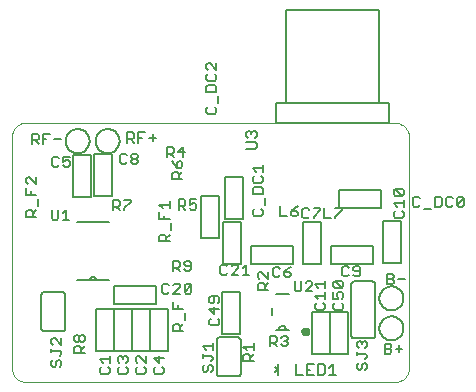
<source format=gto>
G75*
G70*
%OFA0B0*%
%FSLAX24Y24*%
%IPPOS*%
%LPD*%
%AMOC8*
5,1,8,0,0,1.08239X$1,22.5*
%
%ADD10C,0.0020*%
%ADD11C,0.0060*%
%ADD12C,0.0120*%
%ADD13C,0.0050*%
%ADD14C,0.0080*%
D10*
X006654Y000650D02*
X006654Y008311D01*
X006656Y008355D01*
X006662Y008398D01*
X006671Y008440D01*
X006684Y008482D01*
X006701Y008522D01*
X006721Y008561D01*
X006744Y008598D01*
X006771Y008632D01*
X006800Y008665D01*
X006833Y008694D01*
X006867Y008721D01*
X006904Y008744D01*
X006943Y008764D01*
X006983Y008781D01*
X007025Y008794D01*
X007067Y008803D01*
X007110Y008809D01*
X007154Y008811D01*
X019402Y008811D01*
X019446Y008809D01*
X019489Y008803D01*
X019531Y008794D01*
X019573Y008781D01*
X019613Y008764D01*
X019652Y008744D01*
X019689Y008721D01*
X019723Y008694D01*
X019756Y008665D01*
X019785Y008632D01*
X019812Y008598D01*
X019835Y008561D01*
X019855Y008522D01*
X019872Y008482D01*
X019885Y008440D01*
X019894Y008398D01*
X019900Y008355D01*
X019902Y008311D01*
X019902Y000650D01*
X019900Y000606D01*
X019894Y000563D01*
X019885Y000521D01*
X019872Y000479D01*
X019855Y000439D01*
X019835Y000400D01*
X019812Y000363D01*
X019785Y000329D01*
X019756Y000296D01*
X019723Y000267D01*
X019689Y000240D01*
X019652Y000217D01*
X019613Y000197D01*
X019573Y000180D01*
X019531Y000167D01*
X019489Y000158D01*
X019446Y000152D01*
X019402Y000150D01*
X007154Y000150D01*
X007110Y000152D01*
X007067Y000158D01*
X007025Y000167D01*
X006983Y000180D01*
X006943Y000197D01*
X006904Y000217D01*
X006867Y000240D01*
X006833Y000267D01*
X006800Y000296D01*
X006771Y000329D01*
X006744Y000363D01*
X006721Y000400D01*
X006701Y000439D01*
X006684Y000479D01*
X006671Y000521D01*
X006662Y000563D01*
X006656Y000606D01*
X006654Y000650D01*
D11*
X007970Y000726D02*
X008027Y000669D01*
X008083Y000669D01*
X008140Y000726D01*
X008140Y000839D01*
X008197Y000896D01*
X008254Y000896D01*
X008310Y000839D01*
X008310Y000726D01*
X008254Y000669D01*
X007970Y000726D02*
X007970Y000839D01*
X008027Y000896D01*
X008254Y001037D02*
X008310Y001094D01*
X008310Y001151D01*
X008254Y001207D01*
X007970Y001207D01*
X007970Y001151D02*
X007970Y001264D01*
X008027Y001406D02*
X007970Y001462D01*
X007970Y001576D01*
X008027Y001632D01*
X008083Y001632D01*
X008310Y001406D01*
X008310Y001632D01*
X008744Y001662D02*
X008801Y001719D01*
X008857Y001719D01*
X008914Y001662D01*
X008914Y001549D01*
X008857Y001492D01*
X008801Y001492D01*
X008744Y001549D01*
X008744Y001662D01*
X008914Y001662D02*
X008971Y001719D01*
X009028Y001719D01*
X009084Y001662D01*
X009084Y001549D01*
X009028Y001492D01*
X008971Y001492D01*
X008914Y001549D01*
X008914Y001351D02*
X008971Y001294D01*
X008971Y001124D01*
X008971Y001237D02*
X009084Y001351D01*
X008914Y001351D02*
X008801Y001351D01*
X008744Y001294D01*
X008744Y001124D01*
X009084Y001124D01*
X009583Y000912D02*
X009923Y000912D01*
X009923Y001025D02*
X009923Y000798D01*
X009867Y000657D02*
X009923Y000600D01*
X009923Y000487D01*
X009867Y000430D01*
X009640Y000430D01*
X009583Y000487D01*
X009583Y000600D01*
X009640Y000657D01*
X009696Y000798D02*
X009583Y000912D01*
X010183Y000855D02*
X010183Y000968D01*
X010240Y001025D01*
X010296Y001025D01*
X010353Y000968D01*
X010410Y001025D01*
X010467Y001025D01*
X010523Y000968D01*
X010523Y000855D01*
X010467Y000798D01*
X010467Y000657D02*
X010523Y000600D01*
X010523Y000487D01*
X010467Y000430D01*
X010240Y000430D01*
X010183Y000487D01*
X010183Y000600D01*
X010240Y000657D01*
X010240Y000798D02*
X010183Y000855D01*
X010353Y000912D02*
X010353Y000968D01*
X010783Y000968D02*
X010783Y000855D01*
X010840Y000798D01*
X010840Y000657D02*
X010783Y000600D01*
X010783Y000487D01*
X010840Y000430D01*
X011067Y000430D01*
X011123Y000487D01*
X011123Y000600D01*
X011067Y000657D01*
X011123Y000798D02*
X010896Y001025D01*
X010840Y001025D01*
X010783Y000968D01*
X011123Y001025D02*
X011123Y000798D01*
X011383Y000968D02*
X011553Y000798D01*
X011553Y001025D01*
X011723Y000968D02*
X011383Y000968D01*
X011440Y000657D02*
X011383Y000600D01*
X011383Y000487D01*
X011440Y000430D01*
X011667Y000430D01*
X011723Y000487D01*
X011723Y000600D01*
X011667Y000657D01*
X013020Y000666D02*
X013020Y000553D01*
X013076Y000496D01*
X013133Y000496D01*
X013190Y000553D01*
X013190Y000666D01*
X013246Y000723D01*
X013303Y000723D01*
X013360Y000666D01*
X013360Y000553D01*
X013303Y000496D01*
X013489Y000454D02*
X013489Y001554D01*
X013491Y001571D01*
X013495Y001588D01*
X013502Y001604D01*
X013512Y001618D01*
X013525Y001631D01*
X013539Y001641D01*
X013555Y001648D01*
X013572Y001652D01*
X013589Y001654D01*
X014189Y001654D01*
X014206Y001652D01*
X014223Y001648D01*
X014239Y001641D01*
X014253Y001631D01*
X014266Y001618D01*
X014276Y001604D01*
X014283Y001588D01*
X014287Y001571D01*
X014289Y001554D01*
X014289Y000454D01*
X014287Y000437D01*
X014283Y000420D01*
X014276Y000404D01*
X014266Y000390D01*
X014253Y000377D01*
X014239Y000367D01*
X014223Y000360D01*
X014206Y000356D01*
X014189Y000354D01*
X013589Y000354D01*
X013572Y000356D01*
X013555Y000360D01*
X013539Y000367D01*
X013525Y000377D01*
X013512Y000390D01*
X013502Y000404D01*
X013495Y000420D01*
X013491Y000437D01*
X013489Y000454D01*
X013076Y000723D02*
X013020Y000666D01*
X013303Y000865D02*
X013360Y000921D01*
X013360Y000978D01*
X013303Y001035D01*
X013020Y001035D01*
X013020Y001091D02*
X013020Y000978D01*
X013133Y001233D02*
X013020Y001346D01*
X013360Y001346D01*
X013360Y001233D02*
X013360Y001460D01*
X012374Y001866D02*
X012034Y001866D01*
X012034Y002036D01*
X012091Y002093D01*
X012204Y002093D01*
X012261Y002036D01*
X012261Y001866D01*
X012261Y001980D02*
X012374Y002093D01*
X012431Y002235D02*
X012431Y002461D01*
X012374Y002603D02*
X012034Y002603D01*
X012034Y002830D01*
X012204Y002716D02*
X012204Y002603D01*
X012274Y003102D02*
X012048Y003102D01*
X012274Y003329D01*
X012274Y003386D01*
X012218Y003442D01*
X012104Y003442D01*
X012048Y003386D01*
X011906Y003386D02*
X011849Y003442D01*
X011736Y003442D01*
X011679Y003386D01*
X011679Y003159D01*
X011736Y003102D01*
X011849Y003102D01*
X011906Y003159D01*
X012416Y003159D02*
X012643Y003386D01*
X012643Y003159D01*
X012586Y003102D01*
X012473Y003102D01*
X012416Y003159D01*
X012416Y003386D01*
X012473Y003442D01*
X012586Y003442D01*
X012643Y003386D01*
X012571Y003856D02*
X012457Y003856D01*
X012401Y003913D01*
X012457Y004026D02*
X012627Y004026D01*
X012627Y003913D02*
X012627Y004140D01*
X012571Y004197D01*
X012457Y004197D01*
X012401Y004140D01*
X012401Y004083D01*
X012457Y004026D01*
X012259Y004026D02*
X012202Y003970D01*
X012032Y003970D01*
X012146Y003970D02*
X012259Y003856D01*
X012259Y004026D02*
X012259Y004140D01*
X012202Y004197D01*
X012032Y004197D01*
X012032Y003856D01*
X012571Y003856D02*
X012627Y003913D01*
X013615Y004014D02*
X013615Y003787D01*
X013672Y003730D01*
X013785Y003730D01*
X013842Y003787D01*
X013984Y003730D02*
X014210Y003957D01*
X014210Y004014D01*
X014154Y004071D01*
X014040Y004071D01*
X013984Y004014D01*
X013842Y004014D02*
X013785Y004071D01*
X013672Y004071D01*
X013615Y004014D01*
X013984Y003730D02*
X014210Y003730D01*
X014352Y003730D02*
X014579Y003730D01*
X014465Y003730D02*
X014465Y004071D01*
X014352Y003957D01*
X014858Y003758D02*
X014858Y003645D01*
X014915Y003588D01*
X014915Y003447D02*
X015029Y003447D01*
X015085Y003390D01*
X015085Y003220D01*
X015085Y003333D02*
X015199Y003447D01*
X015199Y003588D02*
X014972Y003815D01*
X014915Y003815D01*
X014858Y003758D01*
X015199Y003815D02*
X015199Y003588D01*
X015362Y003713D02*
X015419Y003656D01*
X015533Y003656D01*
X015589Y003713D01*
X015731Y003713D02*
X015731Y003826D01*
X015901Y003826D01*
X015958Y003770D01*
X015958Y003713D01*
X015901Y003656D01*
X015788Y003656D01*
X015731Y003713D01*
X015731Y003826D02*
X015844Y003940D01*
X015958Y003996D01*
X015589Y003940D02*
X015533Y003996D01*
X015419Y003996D01*
X015362Y003940D01*
X015362Y003713D01*
X014915Y003447D02*
X014858Y003390D01*
X014858Y003220D01*
X015199Y003220D01*
X015468Y003110D02*
X015888Y003110D01*
X016083Y003241D02*
X016140Y003185D01*
X016253Y003185D01*
X016310Y003241D01*
X016310Y003525D01*
X016452Y003468D02*
X016508Y003525D01*
X016622Y003525D01*
X016678Y003468D01*
X016678Y003411D01*
X016452Y003185D01*
X016678Y003185D01*
X016761Y003043D02*
X017101Y003043D01*
X017101Y002930D02*
X017101Y003157D01*
X017101Y003298D02*
X017101Y003525D01*
X017101Y003412D02*
X016761Y003412D01*
X016874Y003298D01*
X016761Y003043D02*
X016874Y002930D01*
X016818Y002788D02*
X016761Y002732D01*
X016761Y002618D01*
X016818Y002561D01*
X017044Y002561D01*
X017101Y002618D01*
X017101Y002732D01*
X017044Y002788D01*
X017375Y002740D02*
X017375Y002627D01*
X017431Y002570D01*
X017658Y002570D01*
X017715Y002627D01*
X017715Y002740D01*
X017658Y002797D01*
X017658Y002938D02*
X017715Y002995D01*
X017715Y003108D01*
X017658Y003165D01*
X017545Y003165D01*
X017488Y003108D01*
X017488Y003052D01*
X017545Y002938D01*
X017375Y002938D01*
X017375Y003165D01*
X017431Y003307D02*
X017375Y003363D01*
X017375Y003477D01*
X017431Y003533D01*
X017658Y003307D01*
X017715Y003363D01*
X017715Y003477D01*
X017658Y003533D01*
X017431Y003533D01*
X017678Y003738D02*
X017734Y003681D01*
X017848Y003681D01*
X017904Y003738D01*
X018046Y003738D02*
X018103Y003681D01*
X018216Y003681D01*
X018273Y003738D01*
X018273Y003964D01*
X018216Y004021D01*
X018103Y004021D01*
X018046Y003964D01*
X018046Y003908D01*
X018103Y003851D01*
X018273Y003851D01*
X017904Y003964D02*
X017848Y004021D01*
X017734Y004021D01*
X017678Y003964D01*
X017678Y003738D01*
X018073Y003515D02*
X018673Y003515D01*
X018690Y003513D01*
X018707Y003509D01*
X018723Y003502D01*
X018737Y003492D01*
X018750Y003479D01*
X018760Y003465D01*
X018767Y003449D01*
X018771Y003432D01*
X018773Y003415D01*
X018773Y001715D01*
X018771Y001698D01*
X018767Y001681D01*
X018760Y001665D01*
X018750Y001651D01*
X018737Y001638D01*
X018723Y001628D01*
X018707Y001621D01*
X018690Y001617D01*
X018673Y001615D01*
X018073Y001615D01*
X018056Y001617D01*
X018039Y001621D01*
X018023Y001628D01*
X018009Y001638D01*
X017996Y001651D01*
X017986Y001665D01*
X017979Y001681D01*
X017975Y001698D01*
X017973Y001715D01*
X017973Y003415D01*
X017975Y003432D01*
X017979Y003449D01*
X017986Y003465D01*
X017996Y003479D01*
X018009Y003492D01*
X018023Y003502D01*
X018039Y003509D01*
X018056Y003513D01*
X018073Y003515D01*
X017658Y003307D02*
X017431Y003307D01*
X017431Y002797D02*
X017375Y002740D01*
X016083Y003241D02*
X016083Y003525D01*
X015338Y002640D02*
X015338Y002380D01*
X015468Y001910D02*
X015558Y001910D01*
X015798Y001910D01*
X015888Y001910D01*
X015798Y001910D02*
X015796Y001931D01*
X015791Y001951D01*
X015782Y001970D01*
X015770Y001987D01*
X015755Y002002D01*
X015738Y002014D01*
X015719Y002023D01*
X015699Y002028D01*
X015678Y002030D01*
X015657Y002028D01*
X015637Y002023D01*
X015618Y002014D01*
X015601Y002002D01*
X015586Y001987D01*
X015574Y001970D01*
X015565Y001951D01*
X015560Y001931D01*
X015558Y001910D01*
X015432Y001696D02*
X015262Y001696D01*
X015262Y001355D01*
X015262Y001469D02*
X015432Y001469D01*
X015489Y001526D01*
X015489Y001639D01*
X015432Y001696D01*
X015630Y001639D02*
X015687Y001696D01*
X015800Y001696D01*
X015857Y001639D01*
X015857Y001582D01*
X015800Y001526D01*
X015857Y001469D01*
X015857Y001412D01*
X015800Y001355D01*
X015687Y001355D01*
X015630Y001412D01*
X015489Y001355D02*
X015375Y001469D01*
X015744Y001526D02*
X015800Y001526D01*
X014719Y001455D02*
X014719Y001228D01*
X014719Y001342D02*
X014378Y001342D01*
X014492Y001228D01*
X014549Y001087D02*
X014605Y001030D01*
X014605Y000860D01*
X014605Y000973D02*
X014719Y001087D01*
X014549Y001087D02*
X014435Y001087D01*
X014378Y001030D01*
X014378Y000860D01*
X014719Y000860D01*
X016132Y000746D02*
X016132Y000405D01*
X016359Y000405D01*
X016500Y000405D02*
X016727Y000405D01*
X016869Y000405D02*
X017039Y000405D01*
X017095Y000462D01*
X017095Y000689D01*
X017039Y000746D01*
X016869Y000746D01*
X016869Y000405D01*
X016614Y000576D02*
X016500Y000576D01*
X016500Y000746D02*
X016500Y000405D01*
X016500Y000746D02*
X016727Y000746D01*
X017237Y000632D02*
X017350Y000746D01*
X017350Y000405D01*
X017237Y000405D02*
X017464Y000405D01*
X018163Y000622D02*
X018220Y000565D01*
X018277Y000565D01*
X018333Y000622D01*
X018333Y000735D01*
X018390Y000792D01*
X018447Y000792D01*
X018504Y000735D01*
X018504Y000622D01*
X018447Y000565D01*
X018163Y000622D02*
X018163Y000735D01*
X018220Y000792D01*
X018163Y001047D02*
X018163Y001160D01*
X018163Y001103D02*
X018447Y001103D01*
X018504Y001047D01*
X018504Y000990D01*
X018447Y000933D01*
X018447Y001302D02*
X018504Y001358D01*
X018504Y001472D01*
X018447Y001528D01*
X018390Y001528D01*
X018333Y001472D01*
X018333Y001415D01*
X018333Y001472D02*
X018277Y001528D01*
X018220Y001528D01*
X018163Y001472D01*
X018163Y001358D01*
X018220Y001302D01*
X019083Y001270D02*
X019253Y001270D01*
X019310Y001213D01*
X019310Y001157D01*
X019253Y001100D01*
X019083Y001100D01*
X019083Y001440D01*
X019253Y001440D01*
X019310Y001384D01*
X019310Y001327D01*
X019253Y001270D01*
X019452Y001270D02*
X019678Y001270D01*
X019565Y001157D02*
X019565Y001384D01*
X019343Y003420D02*
X019173Y003420D01*
X019173Y003760D01*
X019343Y003760D01*
X019400Y003704D01*
X019400Y003647D01*
X019343Y003590D01*
X019173Y003590D01*
X019343Y003590D02*
X019400Y003533D01*
X019400Y003477D01*
X019343Y003420D01*
X019542Y003590D02*
X019768Y003590D01*
X017431Y005615D02*
X017431Y005671D01*
X017658Y005898D01*
X017658Y005955D01*
X017431Y005955D01*
X017062Y005955D02*
X017062Y005615D01*
X017289Y005615D01*
X016943Y005897D02*
X016716Y005670D01*
X016716Y005613D01*
X016575Y005670D02*
X016518Y005613D01*
X016405Y005613D01*
X016348Y005670D01*
X016348Y005897D01*
X016405Y005954D01*
X016518Y005954D01*
X016575Y005897D01*
X016716Y005954D02*
X016943Y005954D01*
X016943Y005897D01*
X016197Y005794D02*
X016197Y005737D01*
X016140Y005680D01*
X016027Y005680D01*
X015970Y005737D01*
X015970Y005850D01*
X016140Y005850D01*
X016197Y005794D01*
X016084Y005964D02*
X015970Y005850D01*
X016084Y005964D02*
X016197Y006021D01*
X015829Y005680D02*
X015602Y005680D01*
X015602Y006021D01*
X015087Y006060D02*
X015087Y006287D01*
X015030Y006429D02*
X014690Y006429D01*
X014690Y006599D01*
X014747Y006655D01*
X014973Y006655D01*
X015030Y006599D01*
X015030Y006429D01*
X014973Y006797D02*
X015030Y006854D01*
X015030Y006967D01*
X014973Y007024D01*
X015030Y007165D02*
X015030Y007392D01*
X015030Y007279D02*
X014690Y007279D01*
X014803Y007165D01*
X014747Y007024D02*
X014690Y006967D01*
X014690Y006854D01*
X014747Y006797D01*
X014973Y006797D01*
X014973Y005919D02*
X015030Y005862D01*
X015030Y005749D01*
X014973Y005692D01*
X014747Y005692D01*
X014690Y005749D01*
X014690Y005862D01*
X014747Y005919D01*
X012811Y005963D02*
X012754Y005906D01*
X012641Y005906D01*
X012584Y005963D01*
X012584Y006076D02*
X012697Y006133D01*
X012754Y006133D01*
X012811Y006076D01*
X012811Y005963D01*
X012584Y006076D02*
X012584Y006247D01*
X012811Y006247D01*
X012442Y006190D02*
X012442Y006076D01*
X012386Y006020D01*
X012216Y006020D01*
X012329Y006020D02*
X012442Y005906D01*
X012216Y005906D02*
X012216Y006247D01*
X012386Y006247D01*
X012442Y006190D01*
X011919Y006181D02*
X011919Y005954D01*
X011919Y006068D02*
X011578Y006068D01*
X011692Y005954D01*
X011578Y005813D02*
X011578Y005586D01*
X011919Y005586D01*
X011975Y005445D02*
X011975Y005218D01*
X011919Y005076D02*
X011805Y004963D01*
X011805Y005020D02*
X011805Y004849D01*
X011919Y004849D02*
X011578Y004849D01*
X011578Y005020D01*
X011635Y005076D01*
X011748Y005076D01*
X011805Y005020D01*
X011748Y005586D02*
X011748Y005699D01*
X010622Y006172D02*
X010395Y005945D01*
X010395Y005888D01*
X010254Y005888D02*
X010140Y006002D01*
X010197Y006002D02*
X010027Y006002D01*
X010027Y005888D02*
X010027Y006229D01*
X010197Y006229D01*
X010254Y006172D01*
X010254Y006058D01*
X010197Y006002D01*
X010395Y006229D02*
X010622Y006229D01*
X010622Y006172D01*
X009900Y005510D02*
X008820Y005510D01*
X008900Y005510D02*
X009820Y005510D01*
X008582Y005560D02*
X008355Y005560D01*
X008469Y005560D02*
X008469Y005901D01*
X008355Y005787D01*
X008214Y005901D02*
X008214Y005617D01*
X008157Y005560D01*
X008044Y005560D01*
X007987Y005617D01*
X007987Y005901D01*
X007523Y006031D02*
X007523Y006258D01*
X007467Y006400D02*
X007126Y006400D01*
X007126Y006627D01*
X007183Y006768D02*
X007126Y006825D01*
X007126Y006938D01*
X007183Y006995D01*
X007240Y006995D01*
X007467Y006768D01*
X007467Y006995D01*
X007993Y007392D02*
X008050Y007335D01*
X008163Y007335D01*
X008220Y007392D01*
X008362Y007392D02*
X008418Y007335D01*
X008532Y007335D01*
X008588Y007392D01*
X008588Y007505D01*
X008532Y007562D01*
X008475Y007562D01*
X008362Y007505D01*
X008362Y007675D01*
X008588Y007675D01*
X008220Y007619D02*
X008163Y007675D01*
X008050Y007675D01*
X007993Y007619D01*
X007993Y007392D01*
X007692Y008100D02*
X007692Y008440D01*
X007918Y008440D01*
X007805Y008270D02*
X007692Y008270D01*
X007550Y008270D02*
X007493Y008213D01*
X007323Y008213D01*
X007323Y008100D02*
X007323Y008440D01*
X007493Y008440D01*
X007550Y008384D01*
X007550Y008270D01*
X007437Y008213D02*
X007550Y008100D01*
X008060Y008270D02*
X008287Y008270D01*
X010273Y007714D02*
X010273Y007487D01*
X010330Y007430D01*
X010443Y007430D01*
X010500Y007487D01*
X010642Y007487D02*
X010698Y007430D01*
X010812Y007430D01*
X010868Y007487D01*
X010868Y007543D01*
X010812Y007600D01*
X010698Y007600D01*
X010642Y007657D01*
X010642Y007714D01*
X010698Y007770D01*
X010812Y007770D01*
X010868Y007714D01*
X010868Y007657D01*
X010812Y007600D01*
X010698Y007600D02*
X010642Y007543D01*
X010642Y007487D01*
X010500Y007714D02*
X010443Y007770D01*
X010330Y007770D01*
X010273Y007714D01*
X010503Y008140D02*
X010503Y008480D01*
X010673Y008480D01*
X010730Y008424D01*
X010730Y008310D01*
X010673Y008253D01*
X010503Y008253D01*
X010617Y008253D02*
X010730Y008140D01*
X010872Y008140D02*
X010872Y008480D01*
X011098Y008480D01*
X010985Y008310D02*
X010872Y008310D01*
X011240Y008310D02*
X011467Y008310D01*
X011353Y008197D02*
X011353Y008424D01*
X011833Y007995D02*
X012003Y007995D01*
X012060Y007938D01*
X012060Y007825D01*
X012003Y007768D01*
X011833Y007768D01*
X011833Y007655D02*
X011833Y007995D01*
X011947Y007768D02*
X012060Y007655D01*
X012007Y007527D02*
X012063Y007414D01*
X012177Y007301D01*
X012177Y007471D01*
X012234Y007527D01*
X012290Y007527D01*
X012347Y007471D01*
X012347Y007357D01*
X012290Y007301D01*
X012177Y007301D01*
X012177Y007159D02*
X012234Y007102D01*
X012234Y006932D01*
X012347Y006932D02*
X012007Y006932D01*
X012007Y007102D01*
X012063Y007159D01*
X012177Y007159D01*
X012234Y007046D02*
X012347Y007159D01*
X012372Y007655D02*
X012372Y007995D01*
X012202Y007825D01*
X012428Y007825D01*
X014479Y007933D02*
X014763Y007933D01*
X014819Y007989D01*
X014819Y008103D01*
X014763Y008159D01*
X014479Y008159D01*
X014536Y008301D02*
X014479Y008358D01*
X014479Y008471D01*
X014536Y008528D01*
X014592Y008528D01*
X014649Y008471D01*
X014706Y008528D01*
X014763Y008528D01*
X014819Y008471D01*
X014819Y008358D01*
X014763Y008301D01*
X014649Y008414D02*
X014649Y008471D01*
X013482Y009146D02*
X013426Y009089D01*
X013199Y009089D01*
X013142Y009146D01*
X013142Y009259D01*
X013199Y009316D01*
X013426Y009316D02*
X013482Y009259D01*
X013482Y009146D01*
X013539Y009457D02*
X013539Y009684D01*
X013482Y009825D02*
X013142Y009825D01*
X013142Y009996D01*
X013199Y010052D01*
X013426Y010052D01*
X013482Y009996D01*
X013482Y009825D01*
X013426Y010194D02*
X013482Y010250D01*
X013482Y010364D01*
X013426Y010421D01*
X013482Y010562D02*
X013256Y010789D01*
X013199Y010789D01*
X013142Y010732D01*
X013142Y010619D01*
X013199Y010562D01*
X013199Y010421D02*
X013142Y010364D01*
X013142Y010250D01*
X013199Y010194D01*
X013426Y010194D01*
X013482Y010562D02*
X013482Y010789D01*
X019390Y006548D02*
X019446Y006604D01*
X019673Y006377D01*
X019730Y006434D01*
X019730Y006548D01*
X019673Y006604D01*
X019446Y006604D01*
X019390Y006548D02*
X019390Y006434D01*
X019446Y006377D01*
X019673Y006377D01*
X019730Y006236D02*
X019730Y006009D01*
X019730Y006123D02*
X019390Y006123D01*
X019503Y006009D01*
X019446Y005868D02*
X019390Y005811D01*
X019390Y005698D01*
X019446Y005641D01*
X019673Y005641D01*
X019730Y005698D01*
X019730Y005811D01*
X019673Y005868D01*
X020025Y006053D02*
X020082Y005997D01*
X020195Y005997D01*
X020252Y006053D01*
X020393Y005940D02*
X020620Y005940D01*
X020762Y005997D02*
X020932Y005997D01*
X020989Y006053D01*
X020989Y006280D01*
X020932Y006337D01*
X020762Y006337D01*
X020762Y005997D01*
X021130Y006053D02*
X021187Y005997D01*
X021300Y005997D01*
X021357Y006053D01*
X021498Y006053D02*
X021725Y006280D01*
X021725Y006053D01*
X021668Y005997D01*
X021555Y005997D01*
X021498Y006053D01*
X021498Y006280D01*
X021555Y006337D01*
X021668Y006337D01*
X021725Y006280D01*
X021357Y006280D02*
X021300Y006337D01*
X021187Y006337D01*
X021130Y006280D01*
X021130Y006053D01*
X020252Y006280D02*
X020195Y006337D01*
X020082Y006337D01*
X020025Y006280D01*
X020025Y006053D01*
X013579Y002957D02*
X013579Y002843D01*
X013522Y002787D01*
X013409Y002843D02*
X013409Y003013D01*
X013522Y003013D02*
X013295Y003013D01*
X013238Y002957D01*
X013238Y002843D01*
X013295Y002787D01*
X013352Y002787D01*
X013409Y002843D01*
X013409Y002645D02*
X013409Y002418D01*
X013238Y002588D01*
X013579Y002588D01*
X013579Y002957D02*
X013522Y003013D01*
X013522Y002277D02*
X013579Y002220D01*
X013579Y002107D01*
X013522Y002050D01*
X013295Y002050D01*
X013238Y002107D01*
X013238Y002220D01*
X013295Y002277D01*
X009900Y003550D02*
X008820Y003550D01*
X008900Y003550D02*
X009240Y003550D01*
X009480Y003550D01*
X009820Y003550D01*
X009480Y003550D02*
X009478Y003571D01*
X009473Y003591D01*
X009464Y003610D01*
X009452Y003627D01*
X009437Y003642D01*
X009420Y003654D01*
X009401Y003663D01*
X009381Y003668D01*
X009360Y003670D01*
X009339Y003668D01*
X009319Y003663D01*
X009300Y003654D01*
X009283Y003642D01*
X009268Y003627D01*
X009256Y003610D01*
X009247Y003591D01*
X009242Y003571D01*
X009240Y003550D01*
X009242Y003571D01*
X009247Y003591D01*
X009256Y003610D01*
X009268Y003627D01*
X009283Y003642D01*
X009300Y003654D01*
X009319Y003663D01*
X009339Y003668D01*
X009360Y003670D01*
X009381Y003668D01*
X009401Y003663D01*
X009420Y003654D01*
X009437Y003642D01*
X009452Y003627D01*
X009464Y003610D01*
X009473Y003591D01*
X009478Y003571D01*
X009480Y003550D01*
X008441Y003061D02*
X008441Y001961D01*
X008439Y001944D01*
X008435Y001927D01*
X008428Y001911D01*
X008418Y001897D01*
X008405Y001884D01*
X008391Y001874D01*
X008375Y001867D01*
X008358Y001863D01*
X008341Y001861D01*
X007741Y001861D01*
X007724Y001863D01*
X007707Y001867D01*
X007691Y001874D01*
X007677Y001884D01*
X007664Y001897D01*
X007654Y001911D01*
X007647Y001927D01*
X007643Y001944D01*
X007641Y001961D01*
X007641Y003061D01*
X007643Y003078D01*
X007647Y003095D01*
X007654Y003111D01*
X007664Y003125D01*
X007677Y003138D01*
X007691Y003148D01*
X007707Y003155D01*
X007724Y003159D01*
X007741Y003161D01*
X008341Y003161D01*
X008358Y003159D01*
X008375Y003155D01*
X008391Y003148D01*
X008405Y003138D01*
X008418Y003125D01*
X008428Y003111D01*
X008435Y003095D01*
X008439Y003078D01*
X008441Y003061D01*
X007467Y005663D02*
X007126Y005663D01*
X007126Y005833D01*
X007183Y005890D01*
X007296Y005890D01*
X007353Y005833D01*
X007353Y005663D01*
X007353Y005777D02*
X007467Y005890D01*
X007296Y006400D02*
X007296Y006513D01*
D12*
X016378Y001830D02*
X016380Y001847D01*
X016385Y001864D01*
X016394Y001878D01*
X016406Y001891D01*
X016421Y001901D01*
X016437Y001907D01*
X016454Y001910D01*
X016471Y001909D01*
X016488Y001904D01*
X016503Y001896D01*
X016516Y001885D01*
X016527Y001871D01*
X016534Y001856D01*
X016538Y001839D01*
X016538Y001821D01*
X016534Y001804D01*
X016527Y001789D01*
X016516Y001775D01*
X016503Y001764D01*
X016488Y001756D01*
X016471Y001751D01*
X016454Y001750D01*
X016437Y001753D01*
X016421Y001759D01*
X016406Y001769D01*
X016394Y001782D01*
X016385Y001796D01*
X016380Y001813D01*
X016378Y001830D01*
D13*
X016655Y002494D02*
X017255Y002494D01*
X017255Y001094D01*
X016655Y001094D01*
X016655Y002494D01*
X017252Y002490D02*
X017852Y002490D01*
X017852Y001090D01*
X017252Y001090D01*
X017252Y002490D01*
X018913Y002950D02*
X018915Y002990D01*
X018921Y003029D01*
X018931Y003068D01*
X018944Y003105D01*
X018962Y003141D01*
X018983Y003175D01*
X019007Y003207D01*
X019034Y003236D01*
X019064Y003263D01*
X019096Y003286D01*
X019131Y003306D01*
X019167Y003322D01*
X019205Y003335D01*
X019244Y003344D01*
X019283Y003349D01*
X019323Y003350D01*
X019363Y003347D01*
X019402Y003340D01*
X019440Y003329D01*
X019478Y003315D01*
X019513Y003296D01*
X019546Y003275D01*
X019578Y003250D01*
X019606Y003222D01*
X019632Y003192D01*
X019654Y003159D01*
X019673Y003124D01*
X019689Y003087D01*
X019701Y003049D01*
X019709Y003010D01*
X019713Y002970D01*
X019713Y002930D01*
X019709Y002890D01*
X019701Y002851D01*
X019689Y002813D01*
X019673Y002776D01*
X019654Y002741D01*
X019632Y002708D01*
X019606Y002678D01*
X019578Y002650D01*
X019546Y002625D01*
X019513Y002604D01*
X019478Y002585D01*
X019440Y002571D01*
X019402Y002560D01*
X019363Y002553D01*
X019323Y002550D01*
X019283Y002551D01*
X019244Y002556D01*
X019205Y002565D01*
X019167Y002578D01*
X019131Y002594D01*
X019096Y002614D01*
X019064Y002637D01*
X019034Y002664D01*
X019007Y002693D01*
X018983Y002725D01*
X018962Y002759D01*
X018944Y002795D01*
X018931Y002832D01*
X018921Y002871D01*
X018915Y002910D01*
X018913Y002950D01*
X018913Y001950D02*
X018915Y001990D01*
X018921Y002029D01*
X018931Y002068D01*
X018944Y002105D01*
X018962Y002141D01*
X018983Y002175D01*
X019007Y002207D01*
X019034Y002236D01*
X019064Y002263D01*
X019096Y002286D01*
X019131Y002306D01*
X019167Y002322D01*
X019205Y002335D01*
X019244Y002344D01*
X019283Y002349D01*
X019323Y002350D01*
X019363Y002347D01*
X019402Y002340D01*
X019440Y002329D01*
X019478Y002315D01*
X019513Y002296D01*
X019546Y002275D01*
X019578Y002250D01*
X019606Y002222D01*
X019632Y002192D01*
X019654Y002159D01*
X019673Y002124D01*
X019689Y002087D01*
X019701Y002049D01*
X019709Y002010D01*
X019713Y001970D01*
X019713Y001930D01*
X019709Y001890D01*
X019701Y001851D01*
X019689Y001813D01*
X019673Y001776D01*
X019654Y001741D01*
X019632Y001708D01*
X019606Y001678D01*
X019578Y001650D01*
X019546Y001625D01*
X019513Y001604D01*
X019478Y001585D01*
X019440Y001571D01*
X019402Y001560D01*
X019363Y001553D01*
X019323Y001550D01*
X019283Y001551D01*
X019244Y001556D01*
X019205Y001565D01*
X019167Y001578D01*
X019131Y001594D01*
X019096Y001614D01*
X019064Y001637D01*
X019034Y001664D01*
X019007Y001693D01*
X018983Y001725D01*
X018962Y001759D01*
X018944Y001795D01*
X018931Y001832D01*
X018921Y001871D01*
X018915Y001910D01*
X018913Y001950D01*
X018690Y004090D02*
X017290Y004090D01*
X017290Y004690D01*
X018690Y004690D01*
X018690Y004090D01*
X019020Y004112D02*
X019620Y004112D01*
X019620Y005512D01*
X019020Y005512D01*
X019020Y004112D01*
X016951Y004111D02*
X016351Y004111D01*
X016351Y005511D01*
X016951Y005511D01*
X016951Y004111D01*
X016022Y004083D02*
X016022Y004683D01*
X014622Y004683D01*
X014622Y004083D01*
X016022Y004083D01*
X014291Y004108D02*
X013691Y004108D01*
X013691Y005508D01*
X014291Y005508D01*
X014291Y004108D01*
X013553Y004950D02*
X012953Y004950D01*
X012953Y006350D01*
X013553Y006350D01*
X013553Y004950D01*
X013780Y005603D02*
X014380Y005603D01*
X014380Y007003D01*
X013780Y007003D01*
X013780Y005603D01*
X017553Y005950D02*
X017553Y006550D01*
X018953Y006550D01*
X018953Y005950D01*
X017553Y005950D01*
X014258Y003150D02*
X013658Y003150D01*
X013658Y001750D01*
X014258Y001750D01*
X014258Y003150D01*
X011873Y002600D02*
X011873Y001200D01*
X011273Y001200D01*
X011273Y002600D01*
X011873Y002600D01*
X011479Y002752D02*
X011479Y003352D01*
X010079Y003352D01*
X010079Y002752D01*
X011479Y002752D01*
X011273Y002600D02*
X011273Y001200D01*
X010673Y001200D01*
X010073Y001200D01*
X010073Y002600D01*
X010673Y002600D01*
X010673Y001200D01*
X010673Y002600D01*
X011273Y002600D01*
X010073Y002600D02*
X010073Y001200D01*
X009473Y001200D01*
X009473Y002600D01*
X010073Y002600D01*
X009993Y006350D02*
X009393Y006350D01*
X009393Y007750D01*
X009993Y007750D01*
X009993Y006350D01*
X009313Y006330D02*
X008713Y006330D01*
X008713Y007730D01*
X009313Y007730D01*
X009313Y006330D01*
X008453Y008190D02*
X008455Y008230D01*
X008461Y008269D01*
X008471Y008308D01*
X008484Y008345D01*
X008502Y008381D01*
X008523Y008415D01*
X008547Y008447D01*
X008574Y008476D01*
X008604Y008503D01*
X008636Y008526D01*
X008671Y008546D01*
X008707Y008562D01*
X008745Y008575D01*
X008784Y008584D01*
X008823Y008589D01*
X008863Y008590D01*
X008903Y008587D01*
X008942Y008580D01*
X008980Y008569D01*
X009018Y008555D01*
X009053Y008536D01*
X009086Y008515D01*
X009118Y008490D01*
X009146Y008462D01*
X009172Y008432D01*
X009194Y008399D01*
X009213Y008364D01*
X009229Y008327D01*
X009241Y008289D01*
X009249Y008250D01*
X009253Y008210D01*
X009253Y008170D01*
X009249Y008130D01*
X009241Y008091D01*
X009229Y008053D01*
X009213Y008016D01*
X009194Y007981D01*
X009172Y007948D01*
X009146Y007918D01*
X009118Y007890D01*
X009086Y007865D01*
X009053Y007844D01*
X009018Y007825D01*
X008980Y007811D01*
X008942Y007800D01*
X008903Y007793D01*
X008863Y007790D01*
X008823Y007791D01*
X008784Y007796D01*
X008745Y007805D01*
X008707Y007818D01*
X008671Y007834D01*
X008636Y007854D01*
X008604Y007877D01*
X008574Y007904D01*
X008547Y007933D01*
X008523Y007965D01*
X008502Y007999D01*
X008484Y008035D01*
X008471Y008072D01*
X008461Y008111D01*
X008455Y008150D01*
X008453Y008190D01*
X009453Y008190D02*
X009455Y008230D01*
X009461Y008269D01*
X009471Y008308D01*
X009484Y008345D01*
X009502Y008381D01*
X009523Y008415D01*
X009547Y008447D01*
X009574Y008476D01*
X009604Y008503D01*
X009636Y008526D01*
X009671Y008546D01*
X009707Y008562D01*
X009745Y008575D01*
X009784Y008584D01*
X009823Y008589D01*
X009863Y008590D01*
X009903Y008587D01*
X009942Y008580D01*
X009980Y008569D01*
X010018Y008555D01*
X010053Y008536D01*
X010086Y008515D01*
X010118Y008490D01*
X010146Y008462D01*
X010172Y008432D01*
X010194Y008399D01*
X010213Y008364D01*
X010229Y008327D01*
X010241Y008289D01*
X010249Y008250D01*
X010253Y008210D01*
X010253Y008170D01*
X010249Y008130D01*
X010241Y008091D01*
X010229Y008053D01*
X010213Y008016D01*
X010194Y007981D01*
X010172Y007948D01*
X010146Y007918D01*
X010118Y007890D01*
X010086Y007865D01*
X010053Y007844D01*
X010018Y007825D01*
X009980Y007811D01*
X009942Y007800D01*
X009903Y007793D01*
X009863Y007790D01*
X009823Y007791D01*
X009784Y007796D01*
X009745Y007805D01*
X009707Y007818D01*
X009671Y007834D01*
X009636Y007854D01*
X009604Y007877D01*
X009574Y007904D01*
X009547Y007933D01*
X009523Y007965D01*
X009502Y007999D01*
X009484Y008035D01*
X009471Y008072D01*
X009461Y008111D01*
X009455Y008150D01*
X009453Y008190D01*
D14*
X015478Y008811D02*
X015478Y009461D01*
X015793Y009461D01*
X015793Y012561D01*
X018913Y012561D01*
X018913Y009461D01*
X019228Y009461D01*
X019228Y008811D01*
X018828Y008811D01*
X017503Y008811D01*
X017203Y008811D01*
X015878Y008811D01*
X015478Y008811D01*
X015793Y009461D02*
X018913Y009461D01*
X015539Y000767D02*
X015539Y000585D01*
X015417Y000493D01*
X015539Y000404D02*
X015539Y000585D01*
X015533Y000595D02*
X015417Y000671D01*
M02*

</source>
